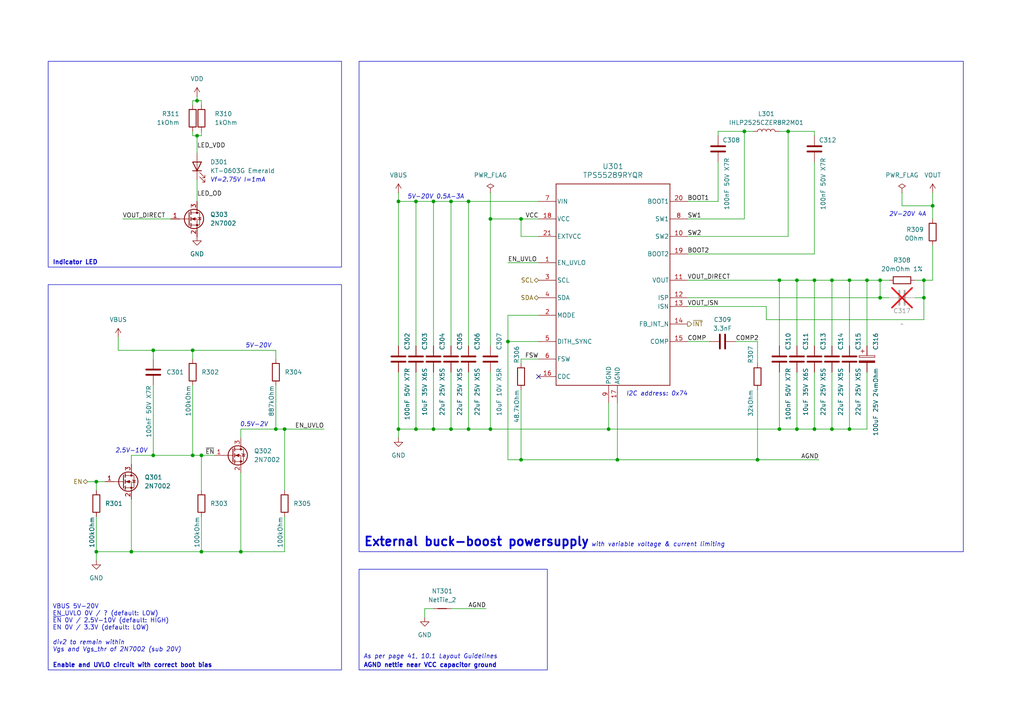
<source format=kicad_sch>
(kicad_sch (version 20231120) (generator "eeschema") (generator_version "8.0")
  (paper "A4")
  (title_block (title "Variable USB power supply") (date "2024-04-23") (rev "1") (company "Sarif"))
  (lib_symbols
    (symbol "Device:C" (pin_numbers hide) (pin_names (offset 0.254))
      (property "Reference" "C" (at 0.635 2.54 0))
      (property "Value" "C" (at 0.635 -2.54 0))
      (symbol "C_0_1"
        (polyline (pts (xy -2.032 -0.762) (xy 2.032 -0.762)) (stroke (width 0.508)))
        (polyline (pts (xy -2.032 0.762) (xy 2.032 0.762)) (stroke (width 0.508)))
      )
      (symbol "C_1_1"
        (pin passive line (at 0 3.81 270) (length 2.794) (name "~") (number "1"))
        (pin passive line (at 0 -3.81 90) (length 2.794) (name "~") (number "2"))
      )
    )
    (symbol "Device:C_Polarized" (pin_numbers hide) (pin_names (offset 0.254))
      (property "Reference" "C" (at 0.635 2.54 0))
      (property "Value" "C_Polarized" (at 0.635 -2.54 0))
      (symbol "C_Polarized_0_1"
        (rectangle (start -2.286 0.508) (end 2.286 1.016))
        (polyline (pts (xy -1.778 2.286) (xy -0.762 2.286)))
        (polyline (pts (xy -1.27 2.794) (xy -1.27 1.778)))
        (rectangle (start 2.286 -0.508) (end -2.286 -1.016) (fill (type outline)))
      )
      (symbol "C_Polarized_1_1"
        (pin passive line (at 0 3.81 270) (length 2.794) (name "~") (number "1"))
        (pin passive line (at 0 -3.81 90) (length 2.794) (name "~") (number "2"))
      )
    )
    (symbol "Device:L" (pin_numbers hide) (pin_names (offset 1.016) hide)
      (property "Reference" "L" (at -1.27 0 90))
      (property "Value" "L" (at 1.905 0 90))
      (symbol "L_0_1"
        (arc (start 0 -2.54) (mid 0.6323 -1.905) (end 0 -1.27))
        (arc (start 0 -1.27) (mid 0.6323 -0.635) (end 0 0))
        (arc (start 0 0) (mid 0.6323 0.635) (end 0 1.27))
        (arc (start 0 1.27) (mid 0.6323 1.905) (end 0 2.54))
      )
      (symbol "L_1_1"
        (pin passive line (at 0 3.81 270) (length 1.27) (name "1") (number "1"))
        (pin passive line (at 0 -3.81 90) (length 1.27) (name "2") (number "2"))
      )
    )
    (symbol "Device:LED" (pin_numbers hide) (pin_names (offset 1.016) hide)
      (property "Reference" "D" (at 0 2.54 0))
      (property "Value" "LED" (at 0 -2.54 0))
      (symbol "LED_0_1"
        (polyline (pts (xy -1.27 -1.27) (xy -1.27 1.27)) (stroke (width 0.254)))
        (polyline (pts (xy -1.27 0) (xy 1.27 0)))
        (polyline (pts (xy 1.27 -1.27) (xy 1.27 1.27) (xy -1.27 0) (xy 1.27 -1.27)) (stroke (width 0.254)))
        (polyline (pts (xy -3.048 -0.762) (xy -4.572 -2.286) (xy -3.81 -2.286) (xy -4.572 -2.286) (xy -4.572 -1.524)))
        (polyline (pts (xy -1.778 -0.762) (xy -3.302 -2.286) (xy -2.54 -2.286) (xy -3.302 -2.286) (xy -3.302 -1.524)))
      )
      (symbol "LED_1_1"
        (pin passive line (at -3.81 0 0) (length 2.54) (name "K") (number "1"))
        (pin passive line (at 3.81 0 180) (length 2.54) (name "A") (number "2"))
      )
    )
    (symbol "Device:NetTie_2" (pin_numbers hide) (pin_names (offset 0) hide) (in_bom no)
      (property "Reference" "NT" (at 0 1.27 0))
      (property "Value" "NetTie_2" (at 0 -1.27 0))
      (symbol "NetTie_2_0_1"
        (polyline (pts (xy -1.27 0) (xy 1.27 0)) (stroke (width 0.254)))
      )
      (symbol "NetTie_2_1_1"
        (pin passive line (at -2.54 0 0) (length 2.54) (name "1") (number "1"))
        (pin passive line (at 2.54 0 180) (length 2.54) (name "2") (number "2"))
      )
    )
    (symbol "Device:R" (pin_numbers hide) (pin_names (offset 0))
      (property "Reference" "R" (at 2.032 0 90))
      (property "Value" "R" (at 0 0 90))
      (symbol "R_0_1"
        (rectangle (start -1.016 -2.54) (end 1.016 2.54) (stroke (width 0.254)))
      )
      (symbol "R_1_1"
        (pin passive line (at 0 3.81 270) (length 1.27) (name "~") (number "1"))
        (pin passive line (at 0 -3.81 90) (length 1.27) (name "~") (number "2"))
      )
    )
    (symbol "Transistor_FET:2N7002" (pin_names hide)
      (property "Reference" "Q" (at 5.08 1.905 0))
      (property "Value" "2N7002" (at 5.08 0 0))
      (symbol "2N7002_0_1"
        (polyline (pts (xy 0.254 0) (xy -2.54 0)))
        (polyline (pts (xy 0.254 1.905) (xy 0.254 -1.905)) (stroke (width 0.254)))
        (polyline (pts (xy 0.762 -1.27) (xy 0.762 -2.286)) (stroke (width 0.254)))
        (polyline (pts (xy 0.762 0.508) (xy 0.762 -0.508)) (stroke (width 0.254)))
        (polyline (pts (xy 0.762 2.286) (xy 0.762 1.27)) (stroke (width 0.254)))
        (polyline (pts (xy 2.54 2.54) (xy 2.54 1.778)))
        (polyline (pts (xy 2.54 -2.54) (xy 2.54 0) (xy 0.762 0)))
        (polyline (pts (xy 0.762 -1.778) (xy 3.302 -1.778) (xy 3.302 1.778) (xy 0.762 1.778)))
        (polyline (pts (xy 1.016 0) (xy 2.032 0.381) (xy 2.032 -0.381) (xy 1.016 0)) (fill (type outline)))
        (polyline (pts (xy 2.794 0.508) (xy 2.921 0.381) (xy 3.683 0.381) (xy 3.81 0.254)))
        (polyline (pts (xy 3.302 0.381) (xy 2.921 -0.254) (xy 3.683 -0.254) (xy 3.302 0.381)))
        (circle (center 1.651 0) (radius 2.794) (stroke (width 0.254)))
        (circle (center 2.54 -1.778) (radius 0.254) (fill (type outline)))
        (circle (center 2.54 1.778) (radius 0.254) (fill (type outline)))
      )
      (symbol "2N7002_1_1"
        (pin input line (at -5.08 0 0) (length 2.54) (name "G") (number "1"))
        (pin passive line (at 2.54 -5.08 90) (length 2.54) (name "S") (number "2"))
        (pin passive line (at 2.54 5.08 270) (length 2.54) (name "D") (number "3"))
      )
    )
    (symbol "power:GND" (power) (pin_numbers hide) (pin_names (offset 0) hide)
      (property "Value" "GND" (at 0 -3.81 0))
      (symbol "GND_0_1"
        (polyline (pts (xy 0 0) (xy 0 -1.27) (xy 1.27 -1.27) (xy 0 -2.54) (xy -1.27 -1.27) (xy 0 -1.27)))
      )
      (symbol "GND_1_1"
        (pin power_in line (at 0 0 270) (length 0) (name "~") (number "1"))
      )
    )
    (symbol "power:PWR_FLAG" (power) (pin_numbers hide) (pin_names (offset 0) hide)
      (property "Value" "PWR_FLAG" (at 0 3.81 0))
      (symbol "PWR_FLAG_0_0"
        (pin power_out line (at 0 0 90) (length 0) (name "~") (number "1"))
      )
      (symbol "PWR_FLAG_0_1"
        (polyline (pts (xy 0 0) (xy 0 1.27) (xy -1.016 1.905) (xy 0 2.54) (xy 1.016 1.905) (xy 0 1.27)))
      )
    )
    (symbol "power:VBUS" (power) (pin_numbers hide) (pin_names (offset 0) hide)
      (property "Value" "VBUS" (at 0 3.556 0))
      (symbol "VBUS_0_1"
        (polyline (pts (xy -0.762 1.27) (xy 0 2.54)))
        (polyline (pts (xy 0 0) (xy 0 2.54)))
        (polyline (pts (xy 0 2.54) (xy 0.762 1.27)))
      )
      (symbol "VBUS_1_1"
        (pin power_in line (at 0 0 90) (length 0) (name "~") (number "1"))
      )
    )
    (symbol "power:VDD" (power) (pin_numbers hide) (pin_names (offset 0) hide)
      (property "Value" "VDD" (at 0 3.556 0))
      (symbol "VDD_0_1"
        (polyline (pts (xy -0.762 1.27) (xy 0 2.54)))
        (polyline (pts (xy 0 0) (xy 0 2.54)))
        (polyline (pts (xy 0 2.54) (xy 0.762 1.27)))
      )
      (symbol "VDD_1_1"
        (pin power_in line (at 0 0 90) (length 0) (name "~") (number "1"))
      )
    )
    (symbol "project:PTPS55289RYQR" (pin_names (offset 0.254))
      (property "Reference" "U" (at 0 35.306 0))
      (property "Value" "PTPS55289RYQR" (at 0 32.258 0))
      (symbol "PTPS55289RYQR_0_1"
        (polyline (pts (xy -16.51 -27.94) (xy 16.51 -27.94)) (stroke (width 0.2032)))
        (polyline (pts (xy -16.51 30.48) (xy -16.51 -27.94)) (stroke (width 0.2032)))
        (polyline (pts (xy 16.51 -27.94) (xy 16.51 30.48)) (stroke (width 0.2032)))
        (polyline (pts (xy 16.51 30.48) (xy -16.51 30.48)) (stroke (width 0.2032)))
      )
      (symbol "PTPS55289RYQR_1_1"
        (pin input line (at -21.59 7.62 0) (length 5.08) (name "EN_UVLO") (number "1"))
        (pin power_out line (at 21.59 15.24 180) (length 5.08) (name "SW2") (number "10"))
        (pin power_out line (at 21.59 2.54 180) (length 5.08) (name "VOUT") (number "11"))
        (pin input line (at 21.59 -2.54 180) (length 5.08) (name "ISP") (number "12"))
        (pin input line (at 21.59 -5.08 180) (length 5.08) (name "ISN") (number "13"))
        (pin bidirectional line (at 21.59 -10.16 180) (length 5.08) (name "FB_INT_N") (number "14"))
        (pin passive line (at 21.59 -15.24 180) (length 5.08) (name "COMP") (number "15"))
        (pin input line (at -21.59 -25.4 0) (length 5.08) (name "CDC") (number "16"))
        (pin power_out line (at 1.27 -33.02 90) (length 5.08) (name "AGND") (number "17"))
        (pin power_in line (at -21.59 20.32 0) (length 5.08) (name "VCC") (number "18"))
        (pin passive line (at 21.59 10.16 180) (length 5.08) (name "BOOT2") (number "19"))
        (pin input line (at -21.59 -7.62 0) (length 5.08) (name "MODE") (number "2"))
        (pin passive line (at 21.59 25.4 180) (length 5.08) (name "BOOT1") (number "20"))
        (pin input line (at -21.59 15.24 0) (length 5.08) (name "EXTVCC") (number "21"))
        (pin open_collector line (at -21.59 2.54 0) (length 5.08) (name "SCL") (number "3"))
        (pin open_collector line (at -21.59 -2.54 0) (length 5.08) (name "SDA") (number "4"))
        (pin input line (at -21.59 -15.24 0) (length 5.08) (name "DITH_SYNC") (number "5"))
        (pin input line (at -21.59 -20.32 0) (length 5.08) (name "FSW") (number "6"))
        (pin power_in line (at -21.59 25.4 0) (length 5.08) (name "VIN") (number "7"))
        (pin power_out line (at 21.59 20.32 180) (length 5.08) (name "SW1") (number "8"))
        (pin power_out line (at -1.27 -33.02 90) (length 5.08) (name "PGND") (number "9"))
      )
    )
  )
  (junction (at 57.15 39.37))
  (junction (at 147.32 99.06))
  (junction (at 58.42 132.08))
  (junction (at 142.24 124.46))
  (junction (at 226.06 81.28))
  (junction (at 236.22 81.28))
  (junction (at 125.73 124.46))
  (junction (at 58.42 160.02))
  (junction (at 231.14 124.46))
  (junction (at 82.55 124.46))
  (junction (at 38.1 160.02))
  (junction (at 120.65 124.46))
  (junction (at 270.51 59.69))
  (junction (at 151.13 133.35))
  (junction (at 135.89 124.46))
  (junction (at 267.97 81.28))
  (junction (at 255.27 81.28))
  (junction (at 267.97 86.36))
  (junction (at 120.65 58.42))
  (junction (at 179.07 133.35))
  (junction (at 246.38 81.28))
  (junction (at 142.24 63.5))
  (junction (at 251.46 81.28))
  (junction (at 27.94 139.7))
  (junction (at 57.15 29.21))
  (junction (at 130.81 58.42))
  (junction (at 176.53 124.46))
  (junction (at 236.22 124.46))
  (junction (at 69.85 160.02))
  (junction (at 226.06 124.46))
  (junction (at 55.88 101.6))
  (junction (at 231.14 81.28))
  (junction (at 151.13 63.5))
  (junction (at 80.01 124.46))
  (junction (at 219.71 133.35))
  (junction (at 135.89 58.42))
  (junction (at 246.38 124.46))
  (junction (at 228.6 38.1))
  (junction (at 125.73 58.42))
  (junction (at 241.3 124.46))
  (junction (at 115.57 124.46))
  (junction (at 241.3 81.28))
  (junction (at 255.27 86.36))
  (junction (at 44.45 132.08))
  (junction (at 44.45 101.6))
  (junction (at 130.81 124.46))
  (junction (at 115.57 58.42))
  (junction (at 27.94 160.02))
  (junction (at 55.88 132.08))
  (junction (at 215.9 38.1))
  (no_connect (at 156.21 109.22))
  (wire (pts (xy 241.3 107.95) (xy 241.3 124.46)))
  (wire (pts (xy 55.88 132.08) (xy 58.42 132.08)))
  (wire (pts (xy 123.19 176.53) (xy 123.19 179.07)))
  (wire (pts (xy 236.22 81.28) (xy 236.22 100.33)))
  (wire (pts (xy 270.51 55.88) (xy 270.51 59.69)))
  (wire (pts (xy 135.89 124.46) (xy 130.81 124.46)))
  (wire (pts (xy 57.15 29.21) (xy 55.88 29.21)))
  (wire (pts (xy 125.73 124.46) (xy 120.65 124.46)))
  (wire (pts (xy 130.81 107.95) (xy 130.81 124.46)))
  (wire (pts (xy 27.94 139.7) (xy 27.94 142.24)))
  (wire (pts (xy 215.9 38.1) (xy 218.44 38.1)))
  (wire (pts (xy 125.73 58.42) (xy 125.73 100.33)))
  (wire (pts (xy 222.25 88.9) (xy 222.25 92.71)))
  (wire (pts (xy 142.24 63.5) (xy 142.24 100.33)))
  (wire (pts (xy 151.13 68.58) (xy 151.13 63.5)))
  (wire (pts (xy 215.9 63.5) (xy 215.9 38.1)))
  (wire (pts (xy 27.94 162.56) (xy 27.94 160.02)))
  (wire (pts (xy 236.22 38.1) (xy 236.22 39.37)))
  (wire (pts (xy 27.94 160.02) (xy 38.1 160.02)))
  (wire (pts (xy 38.1 144.78) (xy 38.1 160.02)))
  (wire (pts (xy 55.88 29.21) (xy 55.88 30.48)))
  (wire (pts (xy 38.1 132.08) (xy 44.45 132.08)))
  (wire (pts (xy 236.22 73.66) (xy 236.22 46.99)))
  (wire (pts (xy 226.06 107.95) (xy 226.06 124.46)))
  (wire (pts (xy 156.21 91.44) (xy 147.32 91.44)))
  (wire (pts (xy 151.13 133.35) (xy 179.07 133.35)))
  (wire (pts (xy 27.94 149.86) (xy 27.94 160.02)))
  (wire (pts (xy 226.06 38.1) (xy 228.6 38.1)))
  (wire (pts (xy 199.39 63.5) (xy 215.9 63.5)))
  (wire (pts (xy 125.73 58.42) (xy 120.65 58.42)))
  (wire (pts (xy 213.36 99.06) (xy 219.71 99.06)))
  (wire (pts (xy 135.89 58.42) (xy 156.21 58.42)))
  (wire (pts (xy 80.01 104.14) (xy 80.01 101.6)))
  (wire (pts (xy 267.97 81.28) (xy 267.97 86.36)))
  (wire (pts (xy 179.07 116.84) (xy 179.07 133.35)))
  (wire (pts (xy 135.89 124.46) (xy 142.24 124.46)))
  (wire (pts (xy 255.27 86.36) (xy 255.27 81.28)))
  (wire (pts (xy 142.24 63.5) (xy 151.13 63.5)))
  (wire (pts (xy 58.42 132.08) (xy 62.23 132.08)))
  (wire (pts (xy 236.22 107.95) (xy 236.22 124.46)))
  (wire (pts (xy 80.01 101.6) (xy 55.88 101.6)))
  (wire (pts (xy 176.53 124.46) (xy 176.53 116.84)))
  (wire (pts (xy 44.45 101.6) (xy 44.45 104.14)))
  (wire (pts (xy 231.14 81.28) (xy 231.14 100.33)))
  (wire (pts (xy 265.43 81.28) (xy 267.97 81.28)))
  (wire (pts (xy 251.46 107.95) (xy 251.46 124.46)))
  (wire (pts (xy 251.46 81.28) (xy 251.46 100.33)))
  (wire (pts (xy 147.32 91.44) (xy 147.32 99.06)))
  (wire (pts (xy 241.3 81.28) (xy 246.38 81.28)))
  (wire (pts (xy 199.39 81.28) (xy 226.06 81.28)))
  (wire (pts (xy 38.1 160.02) (xy 58.42 160.02)))
  (wire (pts (xy 142.24 107.95) (xy 142.24 124.46)))
  (wire (pts (xy 115.57 107.95) (xy 115.57 124.46)))
  (wire (pts (xy 255.27 86.36) (xy 257.81 86.36)))
  (wire (pts (xy 58.42 29.21) (xy 58.42 30.48)))
  (wire (pts (xy 270.51 59.69) (xy 261.62 59.69)))
  (wire (pts (xy 130.81 124.46) (xy 125.73 124.46)))
  (wire (pts (xy 151.13 104.14) (xy 156.21 104.14)))
  (wire (pts (xy 231.14 81.28) (xy 236.22 81.28)))
  (wire (pts (xy 57.15 27.94) (xy 57.15 29.21)))
  (wire (pts (xy 38.1 134.62) (xy 38.1 132.08)))
  (wire (pts (xy 80.01 124.46) (xy 82.55 124.46)))
  (wire (pts (xy 55.88 101.6) (xy 55.88 104.14)))
  (wire (pts (xy 55.88 111.76) (xy 55.88 132.08)))
  (wire (pts (xy 130.81 58.42) (xy 135.89 58.42)))
  (wire (pts (xy 135.89 107.95) (xy 135.89 124.46)))
  (wire (pts (xy 246.38 124.46) (xy 251.46 124.46)))
  (wire (pts (xy 58.42 160.02) (xy 58.42 149.86)))
  (wire (pts (xy 151.13 113.03) (xy 151.13 133.35)))
  (wire (pts (xy 226.06 81.28) (xy 226.06 100.33)))
  (wire (pts (xy 115.57 127) (xy 115.57 124.46)))
  (wire (pts (xy 69.85 124.46) (xy 69.85 127)))
  (wire (pts (xy 156.21 76.2) (xy 147.32 76.2)))
  (wire (pts (xy 199.39 68.58) (xy 228.6 68.58)))
  (wire (pts (xy 57.15 39.37) (xy 58.42 39.37)))
  (wire (pts (xy 228.6 68.58) (xy 228.6 38.1)))
  (wire (pts (xy 261.62 55.88) (xy 261.62 59.69)))
  (wire (pts (xy 199.39 73.66) (xy 236.22 73.66)))
  (wire (pts (xy 219.71 133.35) (xy 237.49 133.35)))
  (wire (pts (xy 179.07 133.35) (xy 219.71 133.35)))
  (wire (pts (xy 199.39 58.42) (xy 208.28 58.42)))
  (wire (pts (xy 226.06 81.28) (xy 231.14 81.28)))
  (wire (pts (xy 82.55 149.86) (xy 82.55 160.02)))
  (wire (pts (xy 267.97 86.36) (xy 267.97 92.71)))
  (wire (pts (xy 44.45 111.76) (xy 44.45 132.08)))
  (wire (pts (xy 82.55 124.46) (xy 82.55 142.24)))
  (wire (pts (xy 34.29 97.79) (xy 34.29 101.6)))
  (wire (pts (xy 125.73 107.95) (xy 125.73 124.46)))
  (wire (pts (xy 58.42 132.08) (xy 58.42 142.24)))
  (wire (pts (xy 208.28 58.42) (xy 208.28 46.99)))
  (wire (pts (xy 270.51 59.69) (xy 270.51 63.5)))
  (wire (pts (xy 251.46 81.28) (xy 255.27 81.28)))
  (wire (pts (xy 208.28 39.37) (xy 208.28 38.1)))
  (wire (pts (xy 115.57 58.42) (xy 120.65 58.42)))
  (wire (pts (xy 44.45 132.08) (xy 55.88 132.08)))
  (wire (pts (xy 246.38 81.28) (xy 246.38 100.33)))
  (wire (pts (xy 151.13 133.35) (xy 147.32 133.35)))
  (wire (pts (xy 120.65 58.42) (xy 120.65 100.33)))
  (wire (pts (xy 115.57 55.88) (xy 115.57 58.42)))
  (wire (pts (xy 115.57 124.46) (xy 120.65 124.46)))
  (wire (pts (xy 219.71 105.41) (xy 219.71 99.06)))
  (wire (pts (xy 156.21 68.58) (xy 151.13 68.58)))
  (wire (pts (xy 222.25 92.71) (xy 267.97 92.71)))
  (wire (pts (xy 151.13 63.5) (xy 156.21 63.5)))
  (wire (pts (xy 156.21 99.06) (xy 147.32 99.06)))
  (wire (pts (xy 130.81 58.42) (xy 125.73 58.42)))
  (wire (pts (xy 57.15 29.21) (xy 58.42 29.21)))
  (wire (pts (xy 58.42 160.02) (xy 69.85 160.02)))
  (wire (pts (xy 57.15 39.37) (xy 57.15 44.45)))
  (wire (pts (xy 130.81 176.53) (xy 140.97 176.53)))
  (wire (pts (xy 142.24 55.88) (xy 142.24 63.5)))
  (wire (pts (xy 199.39 86.36) (xy 255.27 86.36)))
  (wire (pts (xy 120.65 107.95) (xy 120.65 124.46)))
  (wire (pts (xy 270.51 71.12) (xy 270.51 81.28)))
  (wire (pts (xy 125.73 176.53) (xy 123.19 176.53)))
  (wire (pts (xy 82.55 160.02) (xy 69.85 160.02)))
  (wire (pts (xy 231.14 107.95) (xy 231.14 124.46)))
  (wire (pts (xy 44.45 101.6) (xy 55.88 101.6)))
  (wire (pts (xy 246.38 107.95) (xy 246.38 124.46)))
  (wire (pts (xy 228.6 38.1) (xy 236.22 38.1)))
  (wire (pts (xy 241.3 124.46) (xy 246.38 124.46)))
  (wire (pts (xy 199.39 99.06) (xy 205.74 99.06)))
  (wire (pts (xy 267.97 81.28) (xy 270.51 81.28)))
  (wire (pts (xy 57.15 52.07) (xy 57.15 58.42)))
  (wire (pts (xy 34.29 101.6) (xy 44.45 101.6)))
  (wire (pts (xy 236.22 124.46) (xy 241.3 124.46)))
  (wire (pts (xy 115.57 58.42) (xy 115.57 100.33)))
  (wire (pts (xy 35.56 63.5) (xy 49.53 63.5)))
  (wire (pts (xy 135.89 58.42) (xy 135.89 100.33)))
  (wire (pts (xy 69.85 124.46) (xy 80.01 124.46)))
  (wire (pts (xy 151.13 105.41) (xy 151.13 104.14)))
  (wire (pts (xy 69.85 160.02) (xy 69.85 137.16)))
  (wire (pts (xy 147.32 133.35) (xy 147.32 99.06)))
  (wire (pts (xy 27.94 139.7) (xy 30.48 139.7)))
  (wire (pts (xy 226.06 124.46) (xy 231.14 124.46)))
  (wire (pts (xy 176.53 124.46) (xy 226.06 124.46)))
  (wire (pts (xy 55.88 38.1) (xy 55.88 39.37)))
  (wire (pts (xy 25.4 139.7) (xy 27.94 139.7)))
  (wire (pts (xy 82.55 124.46) (xy 93.98 124.46)))
  (wire (pts (xy 142.24 124.46) (xy 176.53 124.46)))
  (wire (pts (xy 231.14 124.46) (xy 236.22 124.46)))
  (wire (pts (xy 265.43 86.36) (xy 267.97 86.36)))
  (wire (pts (xy 236.22 81.28) (xy 241.3 81.28)))
  (wire (pts (xy 241.3 81.28) (xy 241.3 100.33)))
  (wire (pts (xy 199.39 88.9) (xy 222.25 88.9)))
  (wire (pts (xy 130.81 58.42) (xy 130.81 100.33)))
  (wire (pts (xy 208.28 38.1) (xy 215.9 38.1)))
  (wire (pts (xy 255.27 81.28) (xy 257.81 81.28)))
  (wire (pts (xy 55.88 39.37) (xy 57.15 39.37)))
  (wire (pts (xy 246.38 81.28) (xy 251.46 81.28)))
  (wire (pts (xy 58.42 39.37) (xy 58.42 38.1)))
  (wire (pts (xy 80.01 111.76) (xy 80.01 124.46)))
  (wire (pts (xy 219.71 113.03) (xy 219.71 133.35)))
  (rectangle (start 104.14 165.1) (end 158.75 194.31))
  (rectangle (start 13.97 17.78) (end 99.06 77.47))
  (rectangle (start 104.14 17.78) (end 279.4 160.02))
  (rectangle (start 13.97 82.55) (end 99.06 194.31))
  (text "div2 to remain within\nVgs and Vgs_thr of 2N7002 (sub 20V)" (at 15.24 189.23 0) (effects (font (size 1.27 1.27) (italic yes)) (justify left bottom)))
  (text "with variable voltage & current limiting" (at 171.45 158.75 0) (effects (font (size 1.27 1.27) (italic yes)) (justify left bottom)))
  (text "Vf=2.75V I=1mA" (at 60.96 53.0226 0) (effects (font (size 1.27 1.27) (italic yes)) (justify left bottom)))
  (text "0.5V-2V" (at 73.66 123.19 0) (effects (font (size 1.27 1.27) (italic yes))))
  (text "5V-20V" (at 74.93 100.33 0) (effects (font (size 1.27 1.27) (italic yes))))
  (text "I2C address: 0x74" (at 181.61 114.3 0) (effects (font (size 1.27 1.27) (italic yes)) (justify left)))
  (text "VBUS 5V-20V\nEN_UVLO 0V / ? (default: LOW)\n~{EN} 0V / 2.5V-10V (default: HIGH)\nEN 0V / 3.3V (default: LOW)" (at 15.24 179.07 0) (effects (font (size 1.27 1.27)) (justify left)))
  (text "As per page 41, 10.1 Layout Guidelines" (at 105.41 190.5 0) (effects (font (size 1.27 1.27) (italic yes)) (justify left)))
  (text "Indicator LED" (at 15.24 76.2 0) (effects (font (size 1.27 1.27) (thickness 0.254) (bold yes)) (justify left)))
  (text "2.5V-10V" (at 38.1 130.81 0) (effects (font (size 1.27 1.27) (italic yes))))
  (text "2V-20V 4A" (at 257.81 62.23 0) (effects (font (size 1.27 1.27) (italic yes)) (justify left)))
  (text "5V-20V 0.5A-3A" (at 118.11 57.15 0) (effects (font (size 1.27 1.27) (italic yes)) (justify left)))
  (text "AGND nettie near VCC capacitor ground" (at 105.41 193.04 0) (effects (font (size 1.27 1.27) (thickness 0.254) (bold yes)) (justify left)))
  (text "Enable and UVLO circuit with correct boot bias" (at 15.24 193.04 0) (effects (font (size 1.27 1.27) (thickness 0.254) (bold yes)) (justify left)))
  (text "External buck-boost powersupply" (at 105.41 158.75 0) (effects (font (size 2.54 2.54) (thickness 0.508) (bold yes)) (justify left bottom)))
  (label "BOOT2" (at 199.39 73.66 0))
  (label "VCC" (at 156.21 63.5 180))
  (label "AGND" (at 140.97 176.53 180))
  (label "SW2" (at 199.39 68.58 0))
  (label "EN_UVLO" (at 93.98 124.46 180))
  (label "~{EN}" (at 62.23 132.08 180))
  (label "EN_UVLO" (at 147.32 76.2 0))
  (label "LED_VDD" (at 57.15 43.18 0))
  (label "COMP" (at 199.39 99.06 0))
  (label "VOUT_DIRECT" (at 199.39 81.28 0))
  (label "SW1" (at 199.39 63.5 0))
  (label "VOUT_DIRECT" (at 35.56 63.5 0))
  (label "VOUT_ISN" (at 199.39 88.9 0))
  (label "LED_OD" (at 57.15 57.15 0))
  (label "FSW" (at 156.21 104.14 180))
  (label "AGND" (at 237.49 133.35 180))
  (label "COMP2" (at 213.36 99.06 0))
  (label "BOOT1" (at 199.39 58.42 0))
  (hierarchical_label "SDA" (shape bidirectional) (at 156.21 86.36 180))
  (hierarchical_label "~{INT}" (shape output) (at 199.39 93.98 0))
  (hierarchical_label "EN" (shape bidirectional) (at 25.4 139.7 180))
  (hierarchical_label "SCL" (shape bidirectional) (at 156.21 81.28 180))
  (symbol (lib_id "Device:R") (at 80.01 107.95 180) (unit 1)
    (property "Reference" "R304" (at 82.55 107.95 0) (effects (justify right)))
    (property "Value" "887kOhm" (at 78.74 111.76 90) (effects (justify left)))
    (property "Footprint" "Resistor_SMD:R_0402_1005Metric" (effects (hide yes)))
    (property "LCSC" "C137930" (effects (hide yes)))
  )
  (symbol (lib_id "Device:C") (at 135.89 104.14 0) (unit 1)
    (property "Reference" "C306" (at 138.43 101.6 90) (effects (justify left)))
    (property "Value" "22uF 25V X5S" (at 138.43 106.68 90) (effects (justify right)))
    (property "Footprint" "Capacitor_SMD:C_1210_3225Metric" (effects (hide yes)))
    (property "Description" "Unpolarized capacitor" (effects (hide yes)))
    (property "LCSC" "C21397" (effects (hide yes)))
    (property "MFR" "Murata" (effects (hide yes)))
    (property "MPN" "GRM32ER71E226KE15L" (effects (hide yes)))
  )
  (symbol (lib_id "Device:R") (at 58.42 34.29 180) (unit 1)
    (property "Reference" "R310" (at 62.23 33.02 0) (effects (justify right)))
    (property "Value" "1kOhm" (at 62.23 35.56 0) (effects (justify right)))
    (property "Footprint" "Resistor_SMD:R_0402_1005Metric" (effects (hide yes)))
    (property "LCSC" "C11702" (effects (hide yes)))
  )
  (symbol (lib_id "Device:R") (at 55.88 107.95 180) (unit 1)
    (property "Reference" "R302" (at 58.42 107.95 0) (effects (justify right)))
    (property "Value" "100kOhm" (at 54.61 111.76 90) (effects (justify left)))
    (property "Footprint" "Resistor_SMD:R_0402_1005Metric" (effects (hide yes)))
    (property "LCSC" "C25741" (effects (hide yes)))
  )
  (symbol (lib_id "Device:C") (at 142.24 104.14 0) (unit 1)
    (property "Reference" "C307" (at 144.78 101.6 90) (effects (justify left)))
    (property "Value" "10uF 10V X5R" (at 144.78 106.68 90) (effects (justify right)))
    (property "Footprint" "Capacitor_SMD:C_0402_1005Metric" (effects (hide yes)))
    (property "Description" "Unpolarized capacitor" (effects (hide yes)))
    (property "LCSC" "C408132" (effects (hide yes)))
    (property "MFR" "Murata" (effects (hide yes)))
    (property "MPN" "GRM155R61A106ME11D" (effects (hide yes)))
  )
  (symbol (lib_id "Device:C") (at 115.57 104.14 0) (unit 1)
    (property "Reference" "C302" (at 118.11 101.6 90) (effects (justify left)))
    (property "Value" "100nF 50V X7R" (at 118.11 106.68 90) (effects (justify right)))
    (property "Footprint" "Capacitor_SMD:C_0402_1005Metric" (effects (hide yes)))
    (property "Description" "Unpolarized capacitor" (effects (hide yes)))
    (property "LCSC" "C307331" (effects (hide yes)))
    (property "MFR" "Samsung" (effects (hide yes)))
    (property "MPN" "CL05B104KB54PNC" (effects (hide yes)))
  )
  (symbol (lib_id "Device:C_Polarized") (at 251.46 104.14 0) (unit 1)
    (property "Reference" "C316" (at 254 101.6 90) (effects (justify left)))
    (property "Value" "100uF 25V 24mOhm" (at 254 106.68 90) (effects (justify right)))
    (property "Footprint" "Capacitor_SMD:CP_Elec_8x6.9" (effects (hide yes)))
    (property "Description" "Polarized capacitor" (effects (hide yes)))
    (property "MFR" "Panasonic" (effects (hide yes)))
    (property "MPN" "25SVPF100M" (effects (hide yes)))
    (property "LCSC" "C136279" (effects (hide yes)))
  )
  (symbol (lib_id "power:VBUS") (at 270.51 55.88 0) (unit 1)
    (property "Reference" "#PWR0306" (effects (hide yes)))
    (property "Value" "VOUT" (at 270.51 50.8 0))
    (property "Description" "Power symbol creates a global label with name \"VBUS\"" (effects (hide yes)))
  )
  (symbol (lib_id "power:VDD") (at 57.15 27.94 0) (unit 1)
    (property "Reference" "#PWR0308" (effects (hide yes)))
    (property "Value" "VDD" (at 57.15 22.86 0))
    (property "Description" "Power symbol creates a global label with name \"VDD\"" (effects (hide yes)))
  )
  (symbol (lib_id "Device:C") (at 209.55 99.06 90) (unit 1)
    (property "Reference" "C309" (at 209.55 92.71 90))
    (property "Value" "3.3nF" (at 209.55 95.25 90))
    (property "Footprint" "Capacitor_SMD:C_0402_1005Metric" (effects (hide yes)))
    (property "Description" "Unpolarized capacitor" (effects (hide yes)))
    (property "LCSC" "C107028" (effects (hide yes)))
    (property "MFR" "YAGEO" (effects (hide yes)))
    (property "MPN" "CC0402KRX7R9BB332" (effects (hide yes)))
  )
  (symbol (lib_id "power:GND") (at 57.15 68.58 0) (unit 1)
    (property "Reference" "#PWR0307" (effects (hide yes)))
    (property "Value" "GND" (at 57.15 73.66 0))
    (property "Description" "Power symbol creates a global label with name \"GND\" , ground" (effects (hide yes)))
  )
  (symbol (lib_id "Device:C") (at 130.81 104.14 0) (unit 1)
    (property "Reference" "C305" (at 133.35 101.6 90) (effects (justify left)))
    (property "Value" "22uF 25V X5S" (at 133.35 106.68 90) (effects (justify right)))
    (property "Footprint" "Capacitor_SMD:C_1210_3225Metric" (effects (hide yes)))
    (property "Description" "Unpolarized capacitor" (effects (hide yes)))
    (property "LCSC" "C21397" (effects (hide yes)))
    (property "MFR" "Murata" (effects (hide yes)))
    (property "MPN" "GRM32ER71E226KE15L" (effects (hide yes)))
  )
  (symbol (lib_id "power:VBUS") (at 115.57 55.88 0) (unit 1)
    (property "Reference" "#PWR0303" (effects (hide yes)))
    (property "Value" "VBUS" (at 115.57 50.8 0))
    (property "Description" "Power symbol creates a global label with name \"VBUS\"" (effects (hide yes)))
  )
  (symbol (lib_id "Device:L") (at 222.25 38.1 90) (unit 1)
    (property "Reference" "L301" (at 222.25 33.02 90))
    (property "Value" "IHLP2525CZER8R2M01" (at 222.25 35.56 90))
    (property "Footprint" "Inductor_SMD:L_Vishay_IHLP-2525" (effects (hide yes)))
    (property "Description" "Inductor" (effects (hide yes)))
    (property "MFR" "Vishay" (effects (hide yes)))
    (property "MPN" "IHLP2525CZER8R2M01" (effects (hide yes)))
    (property "LCSC" "C506576" (effects (hide yes)))
  )
  (symbol (lib_id "power:VBUS") (at 34.29 97.79 0) (unit 1)
    (property "Reference" "#PWR0302" (effects (hide yes)))
    (property "Value" "VBUS" (at 34.29 92.71 0))
    (property "Description" "Power symbol creates a global label with name \"VBUS\"" (effects (hide yes)))
  )
  (symbol (lib_id "power:PWR_FLAG") (at 261.62 55.88 0) (unit 1)
    (property "Reference" "#FLG0302" (effects (hide yes)))
    (property "Value" "PWR_FLAG" (at 261.62 50.8 0))
    (property "Description" "Special symbol for telling ERC where power comes from" (effects (hide yes)))
  )
  (symbol (lib_id "Device:C") (at 236.22 43.18 0) (unit 1)
    (property "Reference" "C312" (at 237.49 40.64 0) (effects (justify left)))
    (property "Value" "100nF 50V X7R" (at 238.76 45.72 90) (effects (justify right)))
    (property "Footprint" "Capacitor_SMD:C_0402_1005Metric" (effects (hide yes)))
    (property "Description" "Unpolarized capacitor" (effects (hide yes)))
    (property "LCSC" "C307331" (effects (hide yes)))
    (property "MFR" "Samsung" (effects (hide yes)))
    (property "MPN" "CL05B104KB54PNC" (effects (hide yes)))
  )
  (symbol (lib_id "power:GND") (at 123.19 179.07 0) (unit 1)
    (property "Reference" "#PWR0305" (effects (hide yes)))
    (property "Value" "GND" (at 123.19 184.15 0))
    (property "Description" "Power symbol creates a global label with name \"GND\" , ground" (effects (hide yes)))
  )
  (symbol (lib_id "Device:R") (at 270.51 67.31 180) (unit 1)
    (property "Reference" "R309" (at 267.97 67.31 0) (effects (justify left top)))
    (property "Value" "0Ohm" (at 267.97 69.85 0) (effects (justify left top)))
    (property "Footprint" "Resistor_SMD:R_2512_6332Metric" (effects (hide yes)))
    (property "LCSC" "C25469" (effects (hide yes)))
  )
  (symbol (lib_id "power:PWR_FLAG") (at 142.24 55.88 0) (unit 1)
    (property "Reference" "#FLG0301" (effects (hide yes)))
    (property "Value" "PWR_FLAG" (at 142.24 50.8 0))
    (property "Description" "Special symbol for telling ERC where power comes from" (effects (hide yes)))
  )
  (symbol (lib_id "Device:R") (at 27.94 146.05 180) (unit 1)
    (property "Reference" "R301" (at 30.48 146.05 0) (effects (justify right)))
    (property "Value" "100kOhm" (at 26.67 149.86 90) (effects (justify left)))
    (property "Footprint" "Resistor_SMD:R_0402_1005Metric" (effects (hide yes)))
    (property "LCSC" "C25741" (effects (hide yes)))
  )
  (symbol (lib_id "Device:C") (at 44.45 107.95 0) (unit 1)
    (property "Reference" "C301" (at 48.26 107.95 0) (effects (justify left)))
    (property "Value" "100nF 50V X7R" (at 43.18 111.76 90) (effects (justify right)))
    (property "Footprint" "Capacitor_SMD:C_0402_1005Metric" (effects (hide yes)))
    (property "Description" "Unpolarized capacitor" (effects (hide yes)))
    (property "LCSC" "C307331" (effects (hide yes)))
    (property "MFR" "Samsung" (effects (hide yes)))
    (property "MPN" "CL05B104KB54PNC" (effects (hide yes)))
  )
  (symbol (lib_id "Device:C") (at 241.3 104.14 0) (unit 1)
    (property "Reference" "C314" (at 243.84 101.6 90) (effects (justify left)))
    (property "Value" "22uF 25V X5S" (at 243.84 106.68 90) (effects (justify right)))
    (property "Footprint" "Capacitor_SMD:C_1210_3225Metric" (effects (hide yes)))
    (property "Description" "Unpolarized capacitor" (effects (hide yes)))
    (property "LCSC" "C21397" (effects (hide yes)))
    (property "MFR" "Murata" (effects (hide yes)))
    (property "MPN" "GRM32ER71E226KE15L" (effects (hide yes)))
  )
  (symbol (lib_id "Device:C") (at 246.38 104.14 0) (unit 1)
    (property "Reference" "C315" (at 248.92 101.6 90) (effects (justify left)))
    (property "Value" "22uF 25V X5S" (at 248.92 106.68 90) (effects (justify right)))
    (property "Footprint" "Capacitor_SMD:C_1210_3225Metric" (effects (hide yes)))
    (property "Description" "Unpolarized capacitor" (effects (hide yes)))
    (property "LCSC" "C21397" (effects (hide yes)))
    (property "MFR" "Murata" (effects (hide yes)))
    (property "MPN" "GRM32ER71E226KE15L" (effects (hide yes)))
  )
  (symbol (lib_id "Transistor_FET:2N7002") (at 67.31 132.08 0) (unit 1)
    (property "Reference" "Q302" (at 73.66 130.8099 0) (effects (justify left)))
    (property "Value" "2N7002" (at 73.66 133.3499 0) (effects (justify left)))
    (property "Footprint" "Package_TO_SOT_SMD:SOT-23" (effects (hide yes)))
    (property "Datasheet" "https://www.onsemi.com/pub/Collateral/NDS7002A-D.PDF" (effects (hide yes)))
    (property "Description" "0.115A Id, 60V Vds, N-Channel MOSFET, SOT-23" (effects (hide yes)))
    (property "LCSC" "C8545" (effects (hide yes)))
  )
  (symbol (lib_id "Device:C") (at 231.14 104.14 0) (unit 1)
    (property "Reference" "C311" (at 233.68 101.6 90) (effects (justify left)))
    (property "Value" "10uF 35V X6S" (at 233.68 106.68 90) (effects (justify right)))
    (property "Footprint" "Capacitor_SMD:C_0805_2012Metric" (effects (hide yes)))
    (property "Description" "Unpolarized capacitor" (effects (hide yes)))
    (property "LCSC" "C469541" (effects (hide yes)))
    (property "MFR" "Murata" (effects (hide yes)))
    (property "MPN" "GRM21BC8YA106KE11L" (effects (hide yes)))
  )
  (symbol (lib_id "Device:R") (at 58.42 146.05 180) (unit 1)
    (property "Reference" "R303" (at 60.96 146.05 0) (effects (justify right)))
    (property "Value" "100kOhm" (at 57.15 149.86 90) (effects (justify left)))
    (property "Footprint" "Resistor_SMD:R_0402_1005Metric" (effects (hide yes)))
    (property "LCSC" "C25741" (effects (hide yes)))
  )
  (symbol (lib_id "Device:NetTie_2") (at 128.27 176.53 0) (unit 1) (in_bom no)
    (property "Reference" "NT301" (at 128.27 171.45 0))
    (property "Value" "NetTie_2" (at 128.27 173.99 0))
    (property "Footprint" "NetTie:NetTie-2_SMD_Pad0.5mm" (effects (hide yes)))
    (property "Description" "Net tie, 2 pins" (effects (hide yes)))
  )
  (symbol (lib_id "Device:R") (at 55.88 34.29 0) (unit 1)
    (property "Reference" "R311" (at 52.07 33.02 0) (effects (justify right)))
    (property "Value" "1kOhm" (at 52.07 35.56 0) (effects (justify right)))
    (property "Footprint" "Resistor_SMD:R_0402_1005Metric" (effects (hide yes)))
    (property "LCSC" "C11702" (effects (hide yes)))
  )
  (symbol (lib_id "Device:C") (at 226.06 104.14 0) (unit 1)
    (property "Reference" "C310" (at 228.6 101.6 90) (effects (justify left)))
    (property "Value" "100nF 50V X7R" (at 228.6 106.68 90) (effects (justify right)))
    (property "Footprint" "Capacitor_SMD:C_0402_1005Metric" (effects (hide yes)))
    (property "Description" "Unpolarized capacitor" (effects (hide yes)))
    (property "LCSC" "C307331" (effects (hide yes)))
    (property "MFR" "Samsung" (effects (hide yes)))
    (property "MPN" "CL05B104KB54PNC" (effects (hide yes)))
  )
  (symbol (lib_id "Transistor_FET:2N7002") (at 54.61 63.5 0) (unit 1)
    (property "Reference" "Q303" (at 60.96 62.2299 0) (effects (justify left)))
    (property "Value" "2N7002" (at 60.96 64.7699 0) (effects (justify left)))
    (property "Footprint" "Package_TO_SOT_SMD:SOT-23" (effects (hide yes)))
    (property "Datasheet" "https://www.onsemi.com/pub/Collateral/NDS7002A-D.PDF" (effects (hide yes)))
    (property "Description" "0.115A Id, 60V Vds, N-Channel MOSFET, SOT-23" (effects (hide yes)))
    (property "LCSC" "C8545" (effects (hide yes)))
  )
  (symbol (lib_id "Device:C") (at 236.22 104.14 0) (unit 1)
    (property "Reference" "C313" (at 238.76 101.6 90) (effects (justify left)))
    (property "Value" "22uF 25V X5S" (at 238.76 106.68 90) (effects (justify right)))
    (property "Footprint" "Capacitor_SMD:C_1210_3225Metric" (effects (hide yes)))
    (property "Description" "Unpolarized capacitor" (effects (hide yes)))
    (property "LCSC" "C21397" (effects (hide yes)))
    (property "MFR" "Murata" (effects (hide yes)))
    (property "MPN" "GRM32ER71E226KE15L" (effects (hide yes)))
  )
  (symbol (lib_id "Device:R") (at 82.55 146.05 180) (unit 1)
    (property "Reference" "R305" (at 85.09 146.05 0) (effects (justify right)))
    (property "Value" "100kOhm" (at 81.28 149.86 90) (effects (justify left)))
    (property "Footprint" "Resistor_SMD:R_0402_1005Metric" (effects (hide yes)))
    (property "LCSC" "C25741" (effects (hide yes)))
  )
  (symbol (lib_id "power:GND") (at 115.57 127 0) (unit 1)
    (property "Reference" "#PWR0304" (effects (hide yes)))
    (property "Value" "GND" (at 115.57 132.08 0))
    (property "Description" "Power symbol creates a global label with name \"GND\" , ground" (effects (hide yes)))
  )
  (symbol (lib_id "Device:R") (at 151.13 109.22 180) (unit 1)
    (property "Reference" "R306" (at 149.86 105.41 90) (effects (justify right)))
    (property "Value" "48.7kOhm" (at 149.86 113.03 90) (effects (justify left)))
    (property "Footprint" "Resistor_SMD:R_0402_1005Metric" (effects (hide yes)))
    (property "LCSC" "C26981" (effects (hide yes)))
  )
  (symbol (lib_id "Device:LED") (at 57.15 48.26 90) (unit 1)
    (property "Reference" "D301" (at 60.96 46.99 90) (effects (justify right)))
    (property "Value" "KT-0603G Emerald" (at 60.96 49.53 90) (effects (justify right)))
    (property "Footprint" "LED_SMD:LED_0603_1608Metric" (effects (hide yes)))
    (property "Description" "Light emitting diode" (effects (hide yes)))
    (property "LCSC" "C12624" (effects (hide yes)))
  )
  (symbol (lib_id "Device:C") (at 208.28 43.18 0) (unit 1)
    (property "Reference" "C308" (at 209.55 40.64 0) (effects (justify left)))
    (property "Value" "100nF 50V X7R" (at 210.82 45.72 90) (effects (justify right)))
    (property "Footprint" "Capacitor_SMD:C_0402_1005Metric" (effects (hide yes)))
    (property "Description" "Unpolarized capacitor" (effects (hide yes)))
    (property "LCSC" "C307331" (effects (hide yes)))
    (property "MFR" "Samsung" (effects (hide yes)))
    (property "MPN" "CL05B104KB54PNC" (effects (hide yes)))
  )
  (symbol (lib_id "Device:R") (at 261.62 81.28 90) (unit 1)
    (property "Reference" "R308" (at 261.62 76.2 90) (effects (justify top)))
    (property "Value" "20mOhm 1%" (at 261.62 78.74 90) (effects (justify top)))
    (property "Footprint" "Resistor_SMD:R_2512_6332Metric" (effects (hide yes)))
    (property "LCSC" "C2903469" (effects (hide yes)))
  )
  (symbol (lib_id "power:GND") (at 27.94 162.56 0) (unit 1)
    (property "Reference" "#PWR0301" (effects (hide yes)))
    (property "Value" "GND" (at 27.94 167.64 0))
    (property "Description" "Power symbol creates a global label with name \"GND\" , ground" (effects (hide yes)))
  )
  (symbol (lib_id "project:PTPS55289RYQR") (at 177.8 83.82 0) (unit 1)
    (property "Reference" "U301" (at 177.8 48.26 0) (effects (font (size 1.524 1.524))))
    (property "Value" "TPS55289RYQR" (at 177.8 50.8 0) (effects (font (size 1.524 1.524))))
    (property "Footprint" "project:Texas_RYQ0021A_VQFN-21_P0.5mm_EP5.0x3.0mm" (effects (hide yes)))
    (property "Datasheet" "PTPS55289RYQR" (effects (hide yes)))
  )
  (symbol (lib_id "Device:C") (at 261.62 86.36 90) (unit 1) (in_bom no) (dnp yes)
    (property "Reference" "C317" (at 261.62 90.17 90))
    (property "Value" "~" (at 261.62 93.98 90))
    (property "Footprint" "Capacitor_SMD:C_0402_1005Metric" (effects (hide yes)))
    (property "Description" "Unpolarized capacitor" (effects (hide yes)))
    (property "LCSC" "C307331" (effects (hide yes)))
    (property "MFR" "Samsung" (effects (hide yes)))
    (property "MPN" "CL05B104KB54PNC" (effects (hide yes)))
  )
  (symbol (lib_id "Device:C") (at 125.73 104.14 0) (unit 1)
    (property "Reference" "C304" (at 128.27 101.6 90) (effects (justify left)))
    (property "Value" "22uF 25V X5S" (at 128.27 106.68 90) (effects (justify right)))
    (property "Footprint" "Capacitor_SMD:C_1210_3225Metric" (effects (hide yes)))
    (property "Description" "Unpolarized capacitor" (effects (hide yes)))
    (property "LCSC" "C21397" (effects (hide yes)))
    (property "MFR" "Murata" (effects (hide yes)))
    (property "MPN" "GRM32ER71E226KE15L" (effects (hide yes)))
  )
  (symbol (lib_id "Device:R") (at 219.71 109.22 180) (unit 1)
    (property "Reference" "R307" (at 218.44 105.41 90) (effects (justify right top)))
    (property "Value" "32kOhm" (at 218.44 113.03 90) (effects (justify left top)))
    (property "Footprint" "Resistor_SMD:R_0402_1005Metric" (effects (hide yes)))
    (property "LCSC" "C11463" (effects (hide yes)))
  )
  (symbol (lib_id "Transistor_FET:2N7002") (at 35.56 139.7 0) (unit 1)
    (property "Reference" "Q301" (at 41.91 138.4299 0) (effects (justify left)))
    (property "Value" "2N7002" (at 41.91 140.9699 0) (effects (justify left)))
    (property "Footprint" "Package_TO_SOT_SMD:SOT-23" (effects (hide yes)))
    (property "Datasheet" "https://www.onsemi.com/pub/Collateral/NDS7002A-D.PDF" (effects (hide yes)))
    (property "Description" "0.115A Id, 60V Vds, N-Channel MOSFET, SOT-23" (effects (hide yes)))
    (property "LCSC" "C8545" (effects (hide yes)))
  )
  (symbol (lib_id "Device:C") (at 120.65 104.14 0) (unit 1)
    (property "Reference" "C303" (at 123.19 101.6 90) (effects (justify left)))
    (property "Value" "10uF 35V X6S" (at 123.19 106.68 90) (effects (justify right)))
    (property "Footprint" "Capacitor_SMD:C_0805_2012Metric" (effects (hide yes)))
    (property "Description" "Unpolarized capacitor" (effects (hide yes)))
    (property "LCSC" "C469541" (effects (hide yes)))
    (property "MFR" "Murata" (effects (hide yes)))
    (property "MPN" "GRM21BC8YA106KE11L" (effects (hide yes)))
  )
)
</source>
